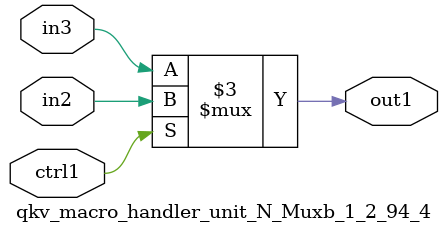
<source format=v>

`timescale 1ps / 1ps


module qkv_macro_handler_unit_N_Muxb_1_2_94_4( in3, in2, ctrl1, out1 );

    input in3;
    input in2;
    input ctrl1;
    output out1;
    reg out1;

    
    // rtl_process:qkv_macro_handler_unit_N_Muxb_1_2_94_4/qkv_macro_handler_unit_N_Muxb_1_2_94_4_thread_1
    always @*
      begin : qkv_macro_handler_unit_N_Muxb_1_2_94_4_thread_1
        case (ctrl1) 
          1'b1: 
            begin
              out1 = in2;
            end
          default: 
            begin
              out1 = in3;
            end
        endcase
      end

endmodule



</source>
